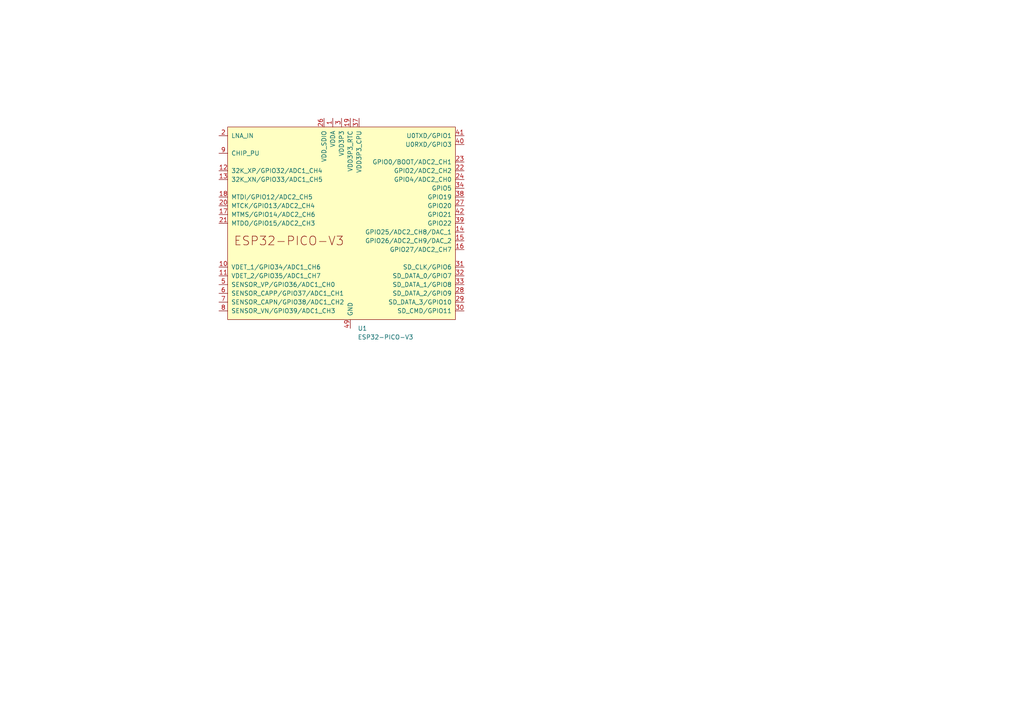
<source format=kicad_sch>
(kicad_sch (version 20250114) (generator "eeschema") (generator_version "9.0")
  (paper "A4")
  (lib_symbols
    (symbol "fab_ESP:ESP32-PICO-V3" (pin_names (offset 1.016))
      (property "Reference" "U" (at -33.02 33.02 0))
      (property "Value" "ESP32-PICO-V3" (at -33.02 30.48 0))
      (symbol "ESP32-PICO-V3_0_0"
        (text "ESP32-PICO-V3" (at -15.24 -5.08 0) (effects (font (size 2.54 2.54))))
      )
      (symbol "ESP32-PICO-V3_0_1"
        (rectangle (start -33.02 27.94) (end 33.02 -27.94) (fill (type background)))
      )
      (symbol "ESP32-PICO-V3_1_1"
        (pin bidirectional line (at -35.56 25.4 0) (length 2.54) (name "LNA_IN") (number "2"))
        (pin input line (at -35.56 20.32 0) (length 2.54) (name "CHIP_PU") (number "9"))
        (pin bidirectional line (at -35.56 15.24 0) (length 2.54) (name "32K_XP/GPIO32/ADC1_CH4") (number "12"))
        (pin bidirectional line (at -35.56 12.7 0) (length 2.54) (name "32K_XN/GPIO33/ADC1_CH5") (number "13"))
        (pin bidirectional line (at -35.56 7.62 0) (length 2.54) (name "MTDI/GPIO12/ADC2_CH5") (number "18"))
        (pin bidirectional line (at -35.56 5.08 0) (length 2.54) (name "MTCK/GPIO13/ADC2_CH4") (number "20"))
        (pin bidirectional line (at -35.56 2.54 0) (length 2.54) (name "MTMS/GPIO14/ADC2_CH6") (number "17"))
        (pin bidirectional line (at -35.56 0 0) (length 2.54) (name "MTDO/GPIO15/ADC2_CH3") (number "21"))
        (pin input line (at -35.56 -12.7 0) (length 2.54) (name "VDET_1/GPIO34/ADC1_CH6") (number "10"))
        (pin input line (at -35.56 -15.24 0) (length 2.54) (name "VDET_2/GPIO35/ADC1_CH7") (number "11"))
        (pin input line (at -35.56 -17.78 0) (length 2.54) (name "SENSOR_VP/GPIO36/ADC1_CH0") (number "5"))
        (pin input line (at -35.56 -20.32 0) (length 2.54) (name "SENSOR_CAPP/GPIO37/ADC1_CH1") (number "6"))
        (pin input line (at -35.56 -22.86 0) (length 2.54) (name "SENSOR_CAPN/GPIO38/ADC1_CH2") (number "7"))
        (pin input line (at -35.56 -25.4 0) (length 2.54) (name "SENSOR_VN/GPIO39/ADC1_CH3") (number "8"))
        (pin power_out line (at -5.08 30.48 270) (length 2.54) (name "VDD_SDIO") (number "26"))
        (pin power_in line (at -2.54 30.48 270) (length 2.54) (name "VDDA") (number "1"))
        (pin passive line (at -2.54 30.48 270) (length 2.54) (hide yes) (name "VDDA") (number "43"))
        (pin passive line (at -2.54 30.48 270) (length 2.54) (hide yes) (name "VDDA") (number "46"))
        (pin power_in line (at 0 30.48 270) (length 2.54) (name "VDD3P3") (number "3"))
        (pin passive line (at 0 30.48 270) (length 2.54) (hide yes) (name "VDD3P3") (number "4"))
        (pin power_in line (at 2.54 30.48 270) (length 2.54) (name "VDD3P3_RTC") (number "19"))
        (pin power_in line (at 2.54 -30.48 90) (length 2.54) (name "GND") (number "49"))
        (pin power_in line (at 5.08 30.48 270) (length 2.54) (name "VDD3P3_CPU") (number "37"))
        (pin bidirectional line (at 35.56 25.4 180) (length 2.54) (name "U0TXD/GPIO1") (number "41"))
        (pin bidirectional line (at 35.56 22.86 180) (length 2.54) (name "U0RXD/GPIO3") (number "40"))
        (pin bidirectional line (at 35.56 17.78 180) (length 2.54) (name "GPIO0/BOOT/ADC2_CH1") (number "23"))
        (pin bidirectional line (at 35.56 15.24 180) (length 2.54) (name "GPIO2/ADC2_CH2") (number "22"))
        (pin bidirectional line (at 35.56 12.7 180) (length 2.54) (name "GPIO4/ADC2_CH0") (number "24"))
        (pin bidirectional line (at 35.56 10.16 180) (length 2.54) (name "GPIO5") (number "34"))
        (pin bidirectional line (at 35.56 7.62 180) (length 2.54) (name "GPIO19") (number "38"))
        (pin bidirectional line (at 35.56 5.08 180) (length 2.54) (name "GPIO20") (number "27"))
        (pin bidirectional line (at 35.56 2.54 180) (length 2.54) (name "GPIO21") (number "42"))
        (pin bidirectional line (at 35.56 0 180) (length 2.54) (name "GPIO22") (number "39"))
        (pin bidirectional line (at 35.56 -2.54 180) (length 2.54) (name "GPIO25/ADC2_CH8/DAC_1") (number "14"))
        (pin bidirectional line (at 35.56 -5.08 180) (length 2.54) (name "GPIO26/ADC2_CH9/DAC_2") (number "15"))
        (pin bidirectional line (at 35.56 -7.62 180) (length 2.54) (name "GPIO27/ADC2_CH7") (number "16"))
        (pin bidirectional line (at 35.56 -12.7 180) (length 2.54) (name "SD_CLK/GPIO6") (number "31"))
        (pin bidirectional line (at 35.56 -15.24 180) (length 2.54) (name "SD_DATA_0/GPIO7") (number "32"))
        (pin bidirectional line (at 35.56 -17.78 180) (length 2.54) (name "SD_DATA_1/GPIO8") (number "33"))
        (pin bidirectional line (at 35.56 -20.32 180) (length 2.54) (name "SD_DATA_2/GPIO9") (number "28"))
        (pin bidirectional line (at 35.56 -22.86 180) (length 2.54) (name "SD_DATA_3/GPIO10") (number "29"))
        (pin bidirectional line (at 35.56 -25.4 180) (length 2.54) (name "SD_CMD/GPIO11") (number "30"))
      )
    )
  )
  (symbol (lib_id "fab_ESP:ESP32-PICO-V3") (at 99.06 64.77 0) (unit 1)
    (property "Reference" "U1" (at 103.7433 95.25 0) (effects (justify left)))
    (property "Value" "ESP32-PICO-V3" (at 103.7433 97.79 0) (effects (justify left)))
    (property "Footprint" "Package_DFN_QFN:QFN-48-1EP_7x7mm_P0.5mm_EP5.15x5.15mm" (effects (hide yes)))
    (property "Datasheet" "https://www.espressif.com/sites/default/files/documentation/esp32-pico-v3_datasheet_en.pdf" (effects (hide yes)))
    (property "Description" "The ESP32-PICO-V3 is a System-in-Package (SiP) device that is based on ESP32 with ECO V3 wafer, providingcomplete Wi-Fi and Bluetooth®functionalities. It integrates a 4 MB SPI flash." (effects (hide yes)))
  )
)
</source>
